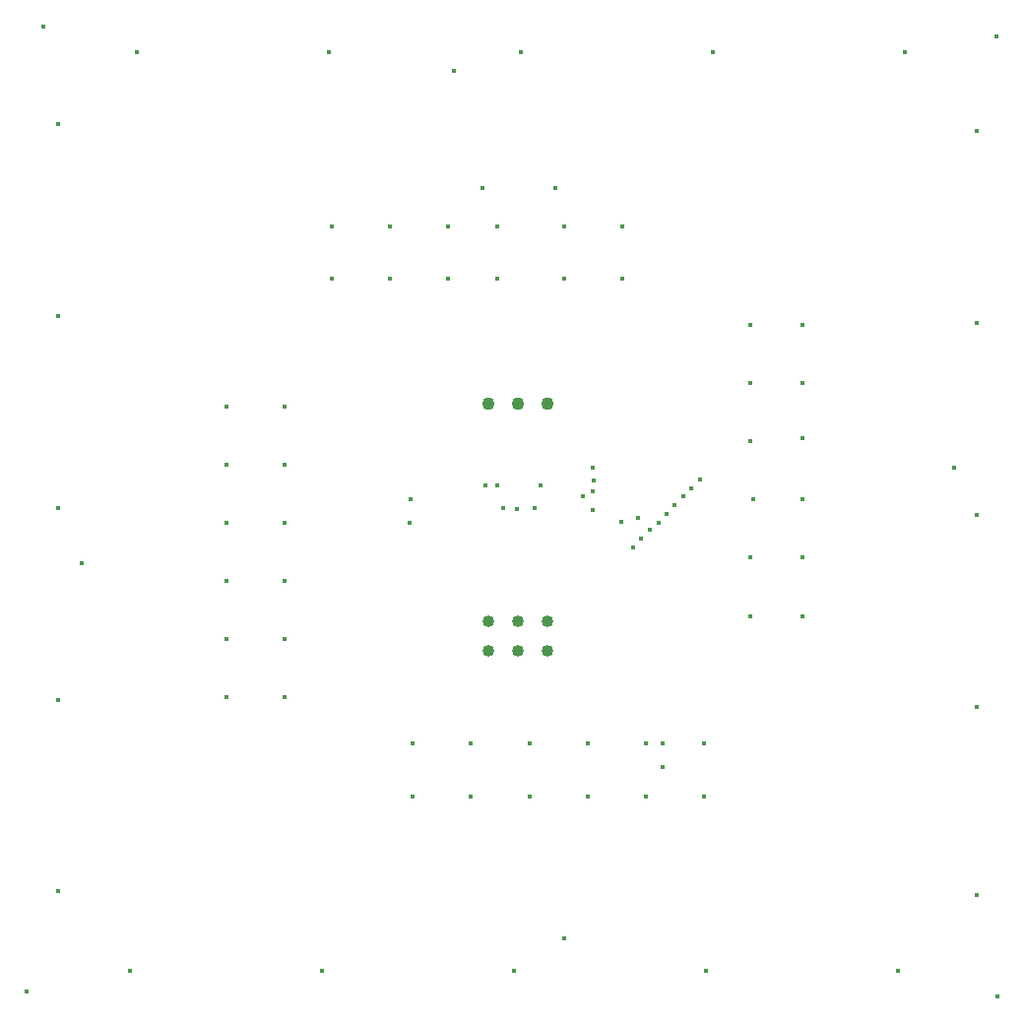
<source format=gbr>
%TF.GenerationSoftware,KiCad,Pcbnew,(6.0.9)*%
%TF.CreationDate,2023-04-03T18:36:58+10:00*%
%TF.ProjectId,Chi Chi - GV2,43686920-4368-4692-902d-204756322e6b,rev?*%
%TF.SameCoordinates,Original*%
%TF.FileFunction,Plated,1,2,PTH,Drill*%
%TF.FilePolarity,Positive*%
%FSLAX46Y46*%
G04 Gerber Fmt 4.6, Leading zero omitted, Abs format (unit mm)*
G04 Created by KiCad (PCBNEW (6.0.9)) date 2023-04-03 18:36:58*
%MOMM*%
%LPD*%
G01*
G04 APERTURE LIST*
%TA.AperFunction,ViaDrill*%
%ADD10C,0.400000*%
%TD*%
%TA.AperFunction,ComponentDrill*%
%ADD11C,1.020000*%
%TD*%
%TA.AperFunction,ComponentDrill*%
%ADD12C,1.100000*%
%TD*%
G04 APERTURE END LIST*
D10*
X211287868Y-182787868D03*
X212712132Y-99787868D03*
X214000000Y-108200000D03*
X214000000Y-124700000D03*
X214000000Y-141200000D03*
X214000000Y-157700000D03*
X214000000Y-174200000D03*
X216000000Y-146000000D03*
X220200000Y-181000000D03*
X220800000Y-102000000D03*
X228500000Y-132500000D03*
X228500000Y-137500000D03*
X228500000Y-142500000D03*
X228500000Y-147500000D03*
X228500000Y-152500000D03*
X228500000Y-157500000D03*
X233500000Y-132500000D03*
X233500000Y-137500000D03*
X233500000Y-142500000D03*
X233500000Y-147500000D03*
X233500000Y-152500000D03*
X233500000Y-157500000D03*
X236700000Y-181000000D03*
X237300000Y-102000000D03*
X237500000Y-117000000D03*
X237500000Y-121500000D03*
X242500000Y-117000000D03*
X242500000Y-121500000D03*
X244250000Y-142537500D03*
X244268750Y-140481250D03*
X244500000Y-161500000D03*
X244500000Y-166000000D03*
X247500000Y-117000000D03*
X247500000Y-121500000D03*
X248000000Y-103599500D03*
X249500000Y-161500000D03*
X249500000Y-166000000D03*
X250500000Y-113750000D03*
X250750000Y-139250000D03*
X251750000Y-117000000D03*
X251750000Y-121500000D03*
X251750000Y-139250000D03*
X252250000Y-141250000D03*
X253200000Y-181000000D03*
X253422884Y-141271210D03*
X253800000Y-102000000D03*
X254500000Y-161500000D03*
X254500000Y-166000000D03*
X255000000Y-141250000D03*
X255500000Y-139250000D03*
X256750000Y-113750000D03*
X257500000Y-117000000D03*
X257500000Y-121500000D03*
X257500000Y-178250000D03*
X259082458Y-140230638D03*
X259500000Y-161500000D03*
X259500000Y-166000000D03*
X259992377Y-139817052D03*
X260000000Y-137750000D03*
X260000000Y-141363000D03*
X260075871Y-138821043D03*
X262393750Y-142401361D03*
X262500000Y-117000000D03*
X262500000Y-121500000D03*
X263465272Y-144628782D03*
X263817018Y-142087500D03*
X264137300Y-143887300D03*
X264500000Y-161500000D03*
X264500000Y-166000000D03*
X264898737Y-143125861D03*
X265640245Y-142455658D03*
X266000000Y-161500000D03*
X266000000Y-163500000D03*
X266293738Y-141699383D03*
X266984246Y-140976747D03*
X267708746Y-140250000D03*
X268444947Y-139503417D03*
X269169447Y-138750000D03*
X269500000Y-161500000D03*
X269500000Y-166000000D03*
X269700000Y-181000000D03*
X270300000Y-102000000D03*
X273500000Y-125500000D03*
X273500000Y-130500000D03*
X273500000Y-135500000D03*
X273500000Y-145500000D03*
X273500000Y-150500000D03*
X273750000Y-140500000D03*
X278000000Y-125500000D03*
X278000000Y-130500000D03*
X278000000Y-135250000D03*
X278000000Y-140500000D03*
X278000000Y-145500000D03*
X278000000Y-150500000D03*
X286200000Y-181000000D03*
X286800000Y-102000000D03*
X291000000Y-137750000D03*
X293000000Y-108800000D03*
X293000000Y-125300000D03*
X293000000Y-141800000D03*
X293000000Y-158300000D03*
X293000000Y-174500000D03*
X294712132Y-100712132D03*
X294787868Y-183212132D03*
D11*
%TO.C,J1*%
X250960000Y-150960000D03*
X250960000Y-153500000D03*
X253500000Y-150960000D03*
X253500000Y-153500000D03*
X256040000Y-150960000D03*
X256040000Y-153500000D03*
D12*
%TO.C,Q1*%
X250960000Y-132250000D03*
X253500000Y-132250000D03*
X256040000Y-132250000D03*
M02*

</source>
